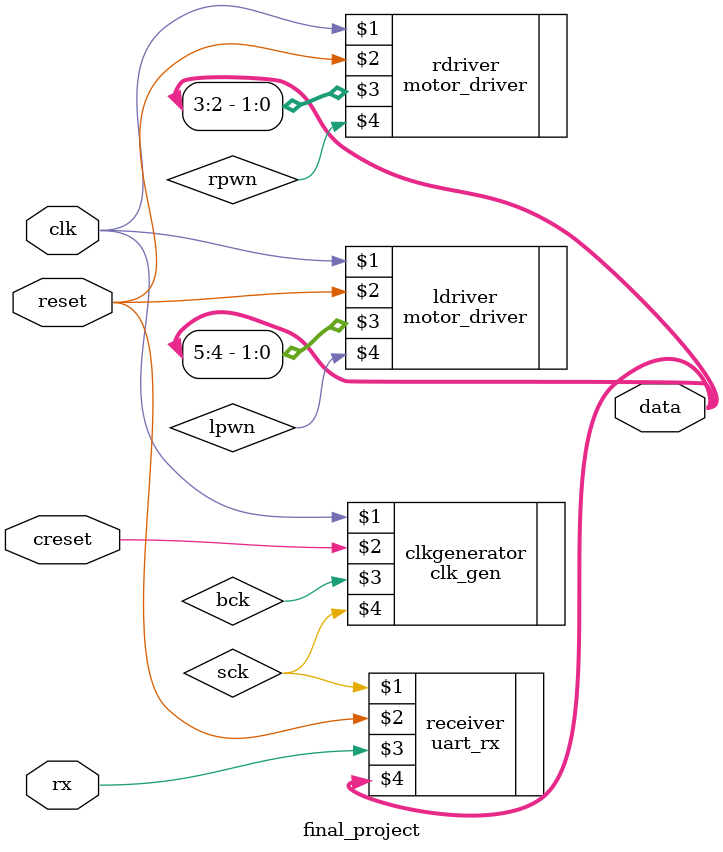
<source format=sv>
module final_project(input  logic clk, creset, reset,
							input  logic rx,
							output logic [7:0] data);
	logic sck, lpwn, rpwm;

	clk_gen clkgenerator(clk, creset, bck, sck);
	uart_rx receiver(sck, reset, rx, data);
	motor_driver ldriver(clk, reset, data[5:4], lpwn);
	motor_driver rdriver(clk, reset, data[3:2], rpwn);
	
endmodule


</source>
